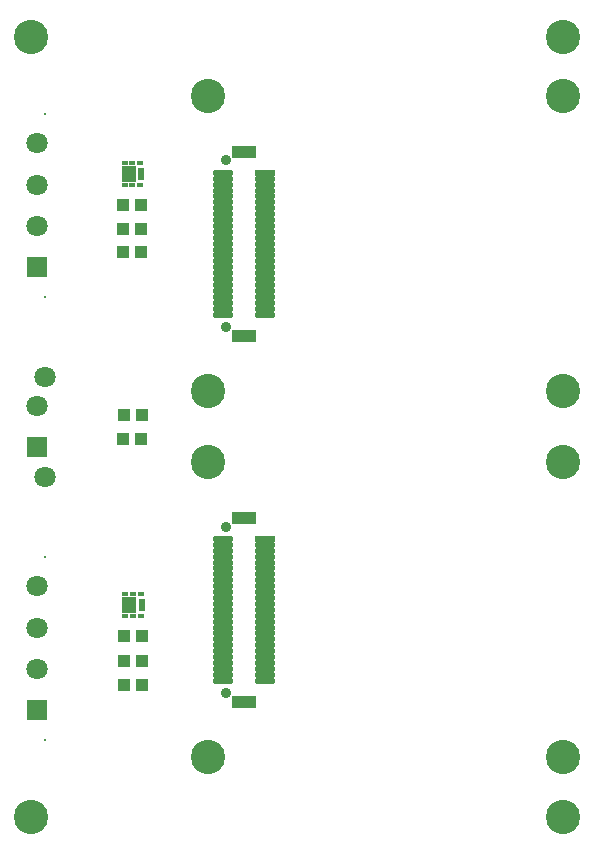
<source format=gts>
G04 Layer_Color=8388736*
%FSLAX25Y25*%
%MOIN*%
G70*
G01*
G75*
%ADD27R,0.03950X0.03950*%
%ADD28R,0.04147X0.04147*%
%ADD29R,0.07887X0.03950*%
%ADD30R,0.07099X0.01981*%
%ADD31O,0.07099X0.01981*%
%ADD32R,0.04737X0.05524*%
%ADD33R,0.02375X0.01784*%
%ADD34R,0.01981X0.03910*%
%ADD35C,0.03556*%
%ADD36C,0.00800*%
%ADD37C,0.07099*%
%ADD38R,0.07099X0.07099*%
%ADD39C,0.11430*%
D27*
X46654Y53583D02*
D03*
X40748D02*
D03*
X40774Y143622D02*
D03*
X46680D02*
D03*
X46260Y198071D02*
D03*
X40354D02*
D03*
D28*
X46752Y61811D02*
D03*
X40650D02*
D03*
X40256Y135827D02*
D03*
X46358D02*
D03*
X46752Y69882D02*
D03*
X40650D02*
D03*
X40256Y213583D02*
D03*
X46358D02*
D03*
X40256Y205709D02*
D03*
X46358D02*
D03*
D29*
X80709Y48032D02*
D03*
Y109449D02*
D03*
Y170079D02*
D03*
Y231496D02*
D03*
D30*
X87795Y102362D02*
D03*
Y224410D02*
D03*
D31*
Y100394D02*
D03*
Y98425D02*
D03*
Y96457D02*
D03*
Y94488D02*
D03*
Y92520D02*
D03*
Y90551D02*
D03*
Y88583D02*
D03*
Y86614D02*
D03*
Y84646D02*
D03*
Y82677D02*
D03*
Y80709D02*
D03*
Y78740D02*
D03*
Y76772D02*
D03*
Y74803D02*
D03*
Y72835D02*
D03*
Y70866D02*
D03*
Y68898D02*
D03*
Y66929D02*
D03*
Y64961D02*
D03*
Y62992D02*
D03*
Y61024D02*
D03*
Y59055D02*
D03*
Y57087D02*
D03*
Y55118D02*
D03*
X73622D02*
D03*
Y57087D02*
D03*
Y59055D02*
D03*
Y61024D02*
D03*
Y62992D02*
D03*
Y64961D02*
D03*
Y66929D02*
D03*
Y68898D02*
D03*
Y70866D02*
D03*
Y72835D02*
D03*
Y74803D02*
D03*
Y76772D02*
D03*
Y78740D02*
D03*
Y80709D02*
D03*
Y82677D02*
D03*
Y84646D02*
D03*
Y86614D02*
D03*
Y88583D02*
D03*
Y90551D02*
D03*
Y92520D02*
D03*
Y94488D02*
D03*
Y96457D02*
D03*
Y98425D02*
D03*
Y100394D02*
D03*
Y102362D02*
D03*
X87795Y222441D02*
D03*
Y220473D02*
D03*
Y218504D02*
D03*
Y216535D02*
D03*
Y214567D02*
D03*
Y212598D02*
D03*
Y210630D02*
D03*
Y208662D02*
D03*
Y206693D02*
D03*
Y204725D02*
D03*
Y202756D02*
D03*
Y200787D02*
D03*
Y198819D02*
D03*
Y196851D02*
D03*
Y194882D02*
D03*
Y192913D02*
D03*
Y190945D02*
D03*
Y188977D02*
D03*
Y187008D02*
D03*
Y185039D02*
D03*
Y183071D02*
D03*
Y181103D02*
D03*
Y179134D02*
D03*
Y177165D02*
D03*
X73622D02*
D03*
Y179134D02*
D03*
Y181103D02*
D03*
Y183071D02*
D03*
Y185039D02*
D03*
Y187008D02*
D03*
Y188977D02*
D03*
Y190945D02*
D03*
Y192913D02*
D03*
Y194882D02*
D03*
Y196851D02*
D03*
Y198819D02*
D03*
Y200787D02*
D03*
Y202756D02*
D03*
Y204725D02*
D03*
Y206693D02*
D03*
Y208662D02*
D03*
Y210630D02*
D03*
Y212598D02*
D03*
Y214567D02*
D03*
Y216535D02*
D03*
Y218504D02*
D03*
Y220473D02*
D03*
Y222441D02*
D03*
Y224410D02*
D03*
D32*
X42520Y80413D02*
D03*
X42362Y224016D02*
D03*
D33*
X41142Y84055D02*
D03*
X43701D02*
D03*
X46260D02*
D03*
Y76772D02*
D03*
X43701D02*
D03*
X41142D02*
D03*
X40984Y227658D02*
D03*
X43543D02*
D03*
X46102D02*
D03*
Y220374D02*
D03*
X43543D02*
D03*
X40984D02*
D03*
D34*
X46614Y80413D02*
D03*
X46457Y224016D02*
D03*
D35*
X74803Y50984D02*
D03*
Y106496D02*
D03*
Y173032D02*
D03*
Y228543D02*
D03*
D36*
X14291Y96457D02*
D03*
Y35433D02*
D03*
Y183071D02*
D03*
Y244094D02*
D03*
D37*
X11811Y86614D02*
D03*
Y72835D02*
D03*
Y59055D02*
D03*
Y206693D02*
D03*
Y220472D02*
D03*
Y234252D02*
D03*
X14291Y156496D02*
D03*
Y123031D02*
D03*
X11811Y146653D02*
D03*
D38*
Y45276D02*
D03*
Y192913D02*
D03*
Y132874D02*
D03*
D39*
X68898Y250000D02*
D03*
X187008D02*
D03*
Y151575D02*
D03*
X68898D02*
D03*
X187008Y9843D02*
D03*
Y269685D02*
D03*
X9843D02*
D03*
Y9843D02*
D03*
X68898Y29528D02*
D03*
X187008D02*
D03*
Y127953D02*
D03*
X68898D02*
D03*
M02*

</source>
